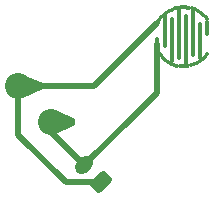
<source format=gtl>
G04 #@! TF.GenerationSoftware,KiCad,Pcbnew,7.0.9*
G04 #@! TF.CreationDate,2023-12-20T17:35:01-07:00*
G04 #@! TF.ProjectId,vb_controller_shoulder_left_pcb,76625f63-6f6e-4747-926f-6c6c65725f73,4a*
G04 #@! TF.SameCoordinates,Original*
G04 #@! TF.FileFunction,Copper,L1,Top*
G04 #@! TF.FilePolarity,Positive*
%FSLAX46Y46*%
G04 Gerber Fmt 4.6, Leading zero omitted, Abs format (unit mm)*
G04 Created by KiCad (PCBNEW 7.0.9) date 2023-12-20 17:35:01*
%MOMM*%
%LPD*%
G01*
G04 APERTURE LIST*
G04 Aperture macros list*
%AMRoundRect*
0 Rectangle with rounded corners*
0 $1 Rounding radius*
0 $2 $3 $4 $5 $6 $7 $8 $9 X,Y pos of 4 corners*
0 Add a 4 corners polygon primitive as box body*
4,1,4,$2,$3,$4,$5,$6,$7,$8,$9,$2,$3,0*
0 Add four circle primitives for the rounded corners*
1,1,$1+$1,$2,$3*
1,1,$1+$1,$4,$5*
1,1,$1+$1,$6,$7*
1,1,$1+$1,$8,$9*
0 Add four rect primitives between the rounded corners*
20,1,$1+$1,$2,$3,$4,$5,0*
20,1,$1+$1,$4,$5,$6,$7,0*
20,1,$1+$1,$6,$7,$8,$9,0*
20,1,$1+$1,$8,$9,$2,$3,0*%
%AMHorizOval*
0 Thick line with rounded ends*
0 $1 width*
0 $2 $3 position (X,Y) of the first rounded end (center of the circle)*
0 $4 $5 position (X,Y) of the second rounded end (center of the circle)*
0 Add line between two ends*
20,1,$1,$2,$3,$4,$5,0*
0 Add two circle primitives to create the rounded ends*
1,1,$1,$2,$3*
1,1,$1,$4,$5*%
%AMRotRect*
0 Rectangle, with rotation*
0 The origin of the aperture is its center*
0 $1 length*
0 $2 width*
0 $3 Rotation angle, in degrees counterclockwise*
0 Add horizontal line*
21,1,$1,$2,0,0,$3*%
G04 Aperture macros list end*
G04 #@! TA.AperFunction,ComponentPad*
%ADD10C,2.200000*%
G04 #@! TD*
G04 #@! TA.AperFunction,SMDPad,CuDef*
%ADD11RotRect,0.300000X0.300000X271.239585*%
G04 #@! TD*
G04 #@! TA.AperFunction,SMDPad,CuDef*
%ADD12RotRect,0.300000X0.300000X264.753270*%
G04 #@! TD*
G04 #@! TA.AperFunction,SMDPad,CuDef*
%ADD13RotRect,0.300000X0.300000X277.725900*%
G04 #@! TD*
G04 #@! TA.AperFunction,SMDPad,CuDef*
%ADD14RotRect,0.300000X0.300000X258.266956*%
G04 #@! TD*
G04 #@! TA.AperFunction,SMDPad,CuDef*
%ADD15RotRect,0.300000X0.300000X284.212214*%
G04 #@! TD*
G04 #@! TA.AperFunction,SMDPad,CuDef*
%ADD16RotRect,0.300000X0.300000X251.780641*%
G04 #@! TD*
G04 #@! TA.AperFunction,SMDPad,CuDef*
%ADD17RotRect,0.300000X0.300000X290.698529*%
G04 #@! TD*
G04 #@! TA.AperFunction,SMDPad,CuDef*
%ADD18RotRect,0.300000X0.300000X245.294326*%
G04 #@! TD*
G04 #@! TA.AperFunction,SMDPad,CuDef*
%ADD19RotRect,0.300000X0.300000X297.184844*%
G04 #@! TD*
G04 #@! TA.AperFunction,SMDPad,CuDef*
%ADD20RotRect,0.300000X0.300000X238.808012*%
G04 #@! TD*
G04 #@! TA.AperFunction,SMDPad,CuDef*
%ADD21RotRect,0.300000X0.300000X303.671158*%
G04 #@! TD*
G04 #@! TA.AperFunction,SMDPad,CuDef*
%ADD22RotRect,0.300000X0.300000X232.321697*%
G04 #@! TD*
G04 #@! TA.AperFunction,SMDPad,CuDef*
%ADD23RotRect,0.300000X0.300000X310.157473*%
G04 #@! TD*
G04 #@! TA.AperFunction,SMDPad,CuDef*
%ADD24RotRect,0.300000X0.300000X225.835382*%
G04 #@! TD*
G04 #@! TA.AperFunction,SMDPad,CuDef*
%ADD25RotRect,0.300000X0.300000X316.643788*%
G04 #@! TD*
G04 #@! TA.AperFunction,SMDPad,CuDef*
%ADD26RotRect,0.300000X0.300000X219.349068*%
G04 #@! TD*
G04 #@! TA.AperFunction,SMDPad,CuDef*
%ADD27RotRect,0.300000X0.300000X323.130102*%
G04 #@! TD*
G04 #@! TA.AperFunction,SMDPad,CuDef*
%ADD28RotRect,0.300000X0.300000X212.862753*%
G04 #@! TD*
G04 #@! TA.AperFunction,SMDPad,CuDef*
%ADD29RotRect,0.300000X0.300000X208.357637*%
G04 #@! TD*
G04 #@! TA.AperFunction,SMDPad,CuDef*
%ADD30O,0.300000X1.187434*%
G04 #@! TD*
G04 #@! TA.AperFunction,SMDPad,CuDef*
%ADD31O,0.300000X3.377409*%
G04 #@! TD*
G04 #@! TA.AperFunction,SMDPad,CuDef*
%ADD32O,0.300000X3.967623*%
G04 #@! TD*
G04 #@! TA.AperFunction,SMDPad,CuDef*
%ADD33O,0.300000X4.506459*%
G04 #@! TD*
G04 #@! TA.AperFunction,SMDPad,CuDef*
%ADD34O,0.300000X4.434032*%
G04 #@! TD*
G04 #@! TA.AperFunction,SMDPad,CuDef*
%ADD35O,0.300000X4.169127*%
G04 #@! TD*
G04 #@! TA.AperFunction,SMDPad,CuDef*
%ADD36O,0.300000X2.937844*%
G04 #@! TD*
G04 #@! TA.AperFunction,SMDPad,CuDef*
%ADD37O,0.300000X1.500000*%
G04 #@! TD*
G04 #@! TA.AperFunction,SMDPad,CuDef*
%ADD38RotRect,0.300000X0.300000X151.642363*%
G04 #@! TD*
G04 #@! TA.AperFunction,SMDPad,CuDef*
%ADD39RotRect,0.300000X0.300000X145.156049*%
G04 #@! TD*
G04 #@! TA.AperFunction,SMDPad,CuDef*
%ADD40RotRect,0.300000X0.300000X36.869898*%
G04 #@! TD*
G04 #@! TA.AperFunction,SMDPad,CuDef*
%ADD41RotRect,0.300000X0.300000X138.669734*%
G04 #@! TD*
G04 #@! TA.AperFunction,SMDPad,CuDef*
%ADD42RotRect,0.300000X0.300000X41.375014*%
G04 #@! TD*
G04 #@! TA.AperFunction,SMDPad,CuDef*
%ADD43RotRect,0.300000X0.300000X132.183419*%
G04 #@! TD*
G04 #@! TA.AperFunction,SMDPad,CuDef*
%ADD44RotRect,0.300000X0.300000X47.861329*%
G04 #@! TD*
G04 #@! TA.AperFunction,SMDPad,CuDef*
%ADD45RotRect,0.300000X0.300000X125.697105*%
G04 #@! TD*
G04 #@! TA.AperFunction,SMDPad,CuDef*
%ADD46RotRect,0.300000X0.300000X54.347643*%
G04 #@! TD*
G04 #@! TA.AperFunction,SMDPad,CuDef*
%ADD47RotRect,0.300000X0.300000X119.210790*%
G04 #@! TD*
G04 #@! TA.AperFunction,SMDPad,CuDef*
%ADD48RotRect,0.300000X0.300000X60.833958*%
G04 #@! TD*
G04 #@! TA.AperFunction,SMDPad,CuDef*
%ADD49RotRect,0.300000X0.300000X112.724475*%
G04 #@! TD*
G04 #@! TA.AperFunction,SMDPad,CuDef*
%ADD50RotRect,0.300000X0.300000X67.320273*%
G04 #@! TD*
G04 #@! TA.AperFunction,SMDPad,CuDef*
%ADD51RotRect,0.300000X0.300000X106.238161*%
G04 #@! TD*
G04 #@! TA.AperFunction,SMDPad,CuDef*
%ADD52RotRect,0.300000X0.300000X73.806588*%
G04 #@! TD*
G04 #@! TA.AperFunction,SMDPad,CuDef*
%ADD53RotRect,0.300000X0.300000X99.751846*%
G04 #@! TD*
G04 #@! TA.AperFunction,SMDPad,CuDef*
%ADD54RotRect,0.300000X0.300000X80.292902*%
G04 #@! TD*
G04 #@! TA.AperFunction,SMDPad,CuDef*
%ADD55RotRect,0.300000X0.300000X93.265531*%
G04 #@! TD*
G04 #@! TA.AperFunction,SMDPad,CuDef*
%ADD56RotRect,0.300000X0.300000X86.779217*%
G04 #@! TD*
G04 #@! TA.AperFunction,ComponentPad*
%ADD57RoundRect,0.250000X0.689429X0.194454X0.194454X0.689429X-0.689429X-0.194454X-0.194454X-0.689429X0*%
G04 #@! TD*
G04 #@! TA.AperFunction,ComponentPad*
%ADD58HorizOval,1.200000X0.194454X0.194454X-0.194454X-0.194454X0*%
G04 #@! TD*
G04 #@! TA.AperFunction,Conductor*
%ADD59C,0.500000*%
G04 #@! TD*
G04 APERTURE END LIST*
D10*
X140900000Y-113000000D03*
D11*
X154954082Y-111299414D03*
D12*
X154671389Y-111289525D03*
D13*
X155236085Y-111277306D03*
D14*
X154391620Y-111247764D03*
D15*
X155513785Y-111223482D03*
D16*
X154118361Y-111174666D03*
D17*
X155783627Y-111138632D03*
D18*
X153855108Y-111071166D03*
D19*
X156042156Y-111023843D03*
D20*
X153605232Y-110938591D03*
D21*
X156286063Y-110880583D03*
D22*
X153371932Y-110778637D03*
D23*
X156512226Y-110710687D03*
D24*
X153158195Y-110593352D03*
D25*
X156717748Y-110516330D03*
D26*
X152966757Y-110385108D03*
D27*
X156900000Y-110299999D03*
D28*
X152800069Y-110156571D03*
D29*
X152700001Y-109987434D03*
D30*
X152700000Y-109393717D03*
D31*
X156300000Y-109182526D03*
D32*
X153900000Y-109107476D03*
D33*
X155100000Y-109038757D03*
D34*
X154500000Y-108549224D03*
D35*
X155700000Y-108516020D03*
D36*
X153300000Y-108347985D03*
D37*
X156900000Y-108050000D03*
D38*
X152700000Y-107612566D03*
D39*
X152848223Y-107371642D03*
D40*
X156900000Y-107300001D03*
D41*
X153022712Y-107149004D03*
D42*
X156775998Y-107147539D03*
D43*
X153221235Y-106947503D03*
D44*
X156577318Y-106946193D03*
D45*
X153441250Y-106769718D03*
D46*
X156357164Y-106768579D03*
D47*
X153679940Y-106617925D03*
D48*
X156118355Y-106616973D03*
D49*
X153934250Y-106494068D03*
D50*
X155863948Y-106493314D03*
D51*
X154200924Y-106399731D03*
D52*
X155597201Y-106399186D03*
D53*
X154476547Y-106336124D03*
D54*
X155321528Y-106335794D03*
D55*
X154757592Y-106304060D03*
D56*
X155040459Y-106303949D03*
D10*
X143650000Y-116000000D03*
D57*
X147914214Y-121114214D03*
D58*
X146500000Y-119700000D03*
D59*
X144914214Y-121114214D02*
X147914214Y-121114214D01*
X140900000Y-117100000D02*
X144914214Y-121114214D01*
X140900000Y-113000000D02*
X147312566Y-113000000D01*
X140900000Y-113000000D02*
X140900000Y-117100000D01*
X147312566Y-113000000D02*
X152700000Y-107612566D01*
X143650000Y-116850000D02*
X146500000Y-119700000D01*
X152650000Y-112800000D02*
X152650000Y-109443717D01*
X152650000Y-113550000D02*
X152650000Y-112800000D01*
X143650000Y-116000000D02*
X143650000Y-116850000D01*
X150950000Y-115250000D02*
X152650000Y-113550000D01*
X152650000Y-109443717D02*
X152700000Y-109393717D01*
X146500000Y-119700000D02*
X150950000Y-115250000D01*
G04 #@! TA.AperFunction,Conductor*
G36*
X144105953Y-115004830D02*
G01*
X144106015Y-115004858D01*
X145743130Y-115746886D01*
X145749251Y-115753422D01*
X145750000Y-115757542D01*
X145750000Y-116242457D01*
X145746573Y-116250730D01*
X145743130Y-116253113D01*
X144106015Y-116995141D01*
X144097065Y-116995436D01*
X144090529Y-116989315D01*
X144090501Y-116989253D01*
X143970715Y-116720854D01*
X143651126Y-116004765D01*
X143650884Y-115995817D01*
X143651114Y-115995262D01*
X144090501Y-115010745D01*
X144097002Y-115004587D01*
X144105953Y-115004830D01*
G37*
G04 #@! TD.AperFunction*
G04 #@! TA.AperFunction,Conductor*
G36*
X141355953Y-112004830D02*
G01*
X141356015Y-112004858D01*
X142993130Y-112746886D01*
X142999251Y-112753422D01*
X143000000Y-112757542D01*
X143000000Y-113242457D01*
X142996573Y-113250730D01*
X142993130Y-113253113D01*
X141356015Y-113995141D01*
X141347065Y-113995436D01*
X141340529Y-113989315D01*
X141340501Y-113989253D01*
X141220715Y-113720854D01*
X140901126Y-113004765D01*
X140900884Y-112995817D01*
X140901114Y-112995262D01*
X141340501Y-112010745D01*
X141347002Y-112004587D01*
X141355953Y-112004830D01*
G37*
G04 #@! TD.AperFunction*
M02*

</source>
